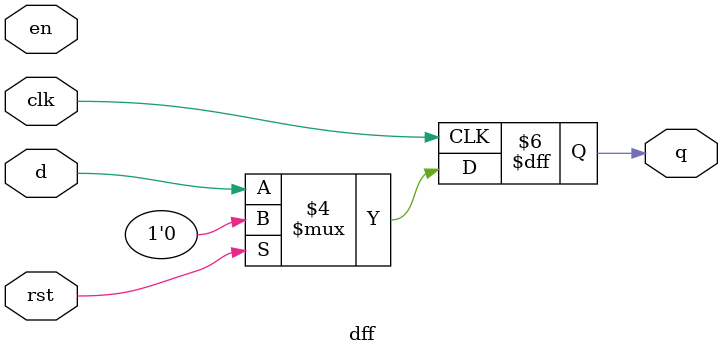
<source format=sv>
`timescale 1ns / 1ps


module dff #(parameter WIDTH = 1)(

    output reg [WIDTH-1:0] q,
    input wire [WIDTH-1:0] d,
    input wire en,
    input wire rst,
    input wire clk
);

    always @(posedge clk)
       if(rst == 1'b1)
          q <= 'b0;
       else 
          q <= d;
        
endmodule

</source>
